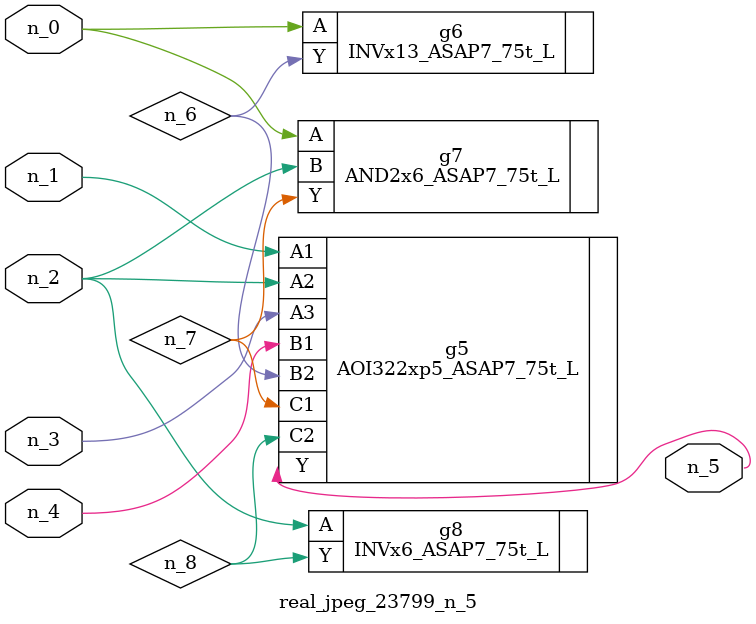
<source format=v>
module real_jpeg_23799_n_5 (n_4, n_0, n_1, n_2, n_3, n_5);

input n_4;
input n_0;
input n_1;
input n_2;
input n_3;

output n_5;

wire n_8;
wire n_6;
wire n_7;

INVx13_ASAP7_75t_L g6 ( 
.A(n_0),
.Y(n_6)
);

AND2x6_ASAP7_75t_L g7 ( 
.A(n_0),
.B(n_2),
.Y(n_7)
);

AOI322xp5_ASAP7_75t_L g5 ( 
.A1(n_1),
.A2(n_2),
.A3(n_3),
.B1(n_4),
.B2(n_6),
.C1(n_7),
.C2(n_8),
.Y(n_5)
);

INVx6_ASAP7_75t_L g8 ( 
.A(n_2),
.Y(n_8)
);


endmodule
</source>
